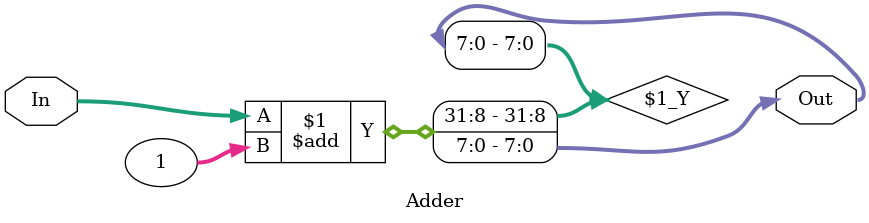
<source format=v>
module Adder(In, Out);
	
	input [7:0] In;
	output [7:0] Out;
	
	assign Out = In + 1;

endmodule
</source>
